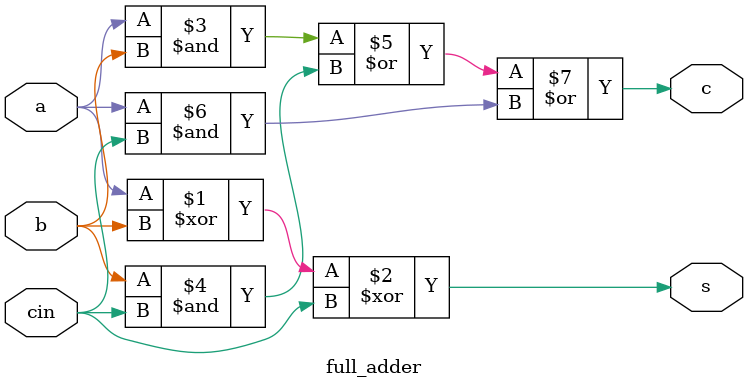
<source format=v>
`timescale 1ns / 1ps

module full_adder(
input a,b,cin,
output s,c
    );
    
    assign s=a^b^cin;
    assign c=(a&b) | (b&cin) | (a&cin);
    
endmodule

</source>
